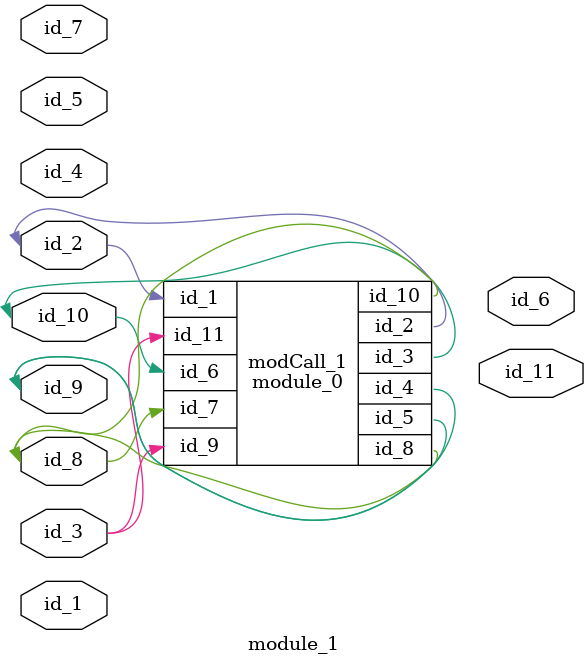
<source format=v>
module module_0 (
    id_1,
    id_2,
    id_3,
    id_4,
    id_5,
    id_6,
    id_7,
    id_8,
    id_9,
    id_10,
    id_11
);
  input wire id_11;
  inout wire id_10;
  input wire id_9;
  output wire id_8;
  input wire id_7;
  input wire id_6;
  inout wire id_5;
  output wire id_4;
  inout wire id_3;
  output wire id_2;
  input wire id_1;
  wire id_12;
  ;
endmodule
module module_1 (
    id_1,
    id_2,
    id_3,
    id_4,
    id_5,
    id_6,
    id_7,
    id_8,
    id_9,
    id_10,
    id_11
);
  output wire id_11;
  inout wire id_10;
  inout wire id_9;
  inout wire id_8;
  input wire id_7;
  module_0 modCall_1 (
      id_2,
      id_2,
      id_10,
      id_9,
      id_9,
      id_10,
      id_8,
      id_8,
      id_3,
      id_8,
      id_3
  );
  output wire id_6;
  inout wire id_5;
  input wire id_4;
  input wire id_3;
  inout wire id_2;
  inout wire id_1;
  wire id_12;
endmodule

</source>
